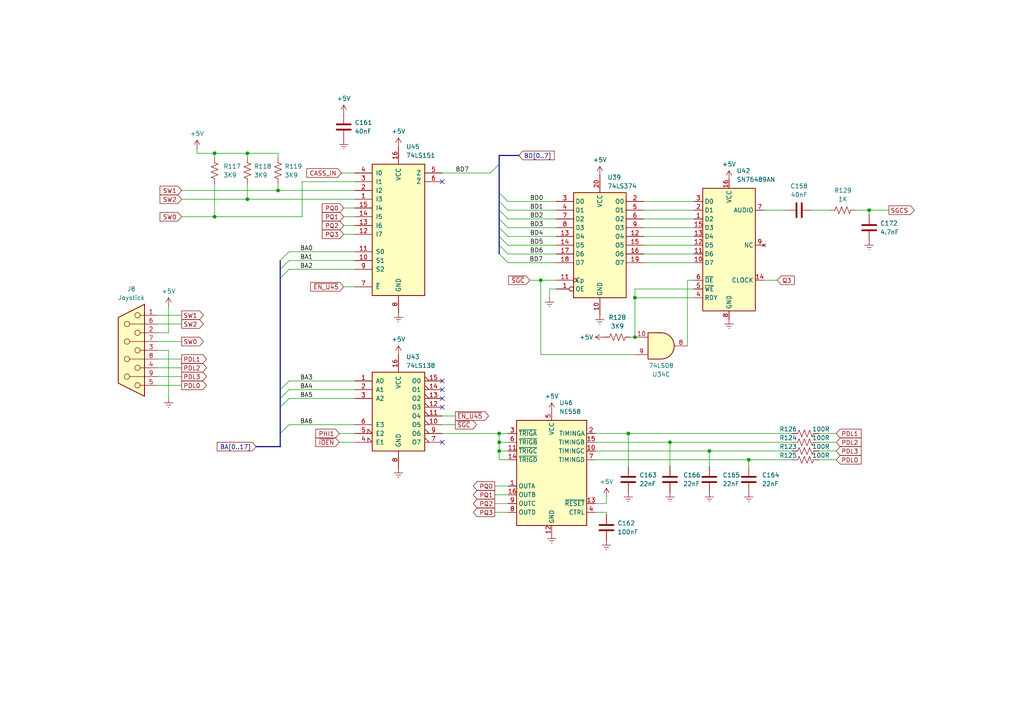
<source format=kicad_sch>
(kicad_sch (version 20230121) (generator eeschema)
  (paper "A4")
  (title_block (title "Dick Smith Cat - Motherboard") (date "1984") (company "Video Technology Ltd.") (comment 2 "Schematic Redrawn by Rhys Weatherley") (comment 3 "Sound Generator and Game Port"))
  (lib_symbols
    (symbol "74xx:74LS08" (pin_names (offset 1.016))
      (property "Reference" "U" (at 0 1.27 0))
      (property "Value" "74LS08" (at 0 -1.27 0))
      (symbol "74LS08_1_1"
        (arc (start 0 -3.81) (mid 3.7934 0) (end 0 3.81) (stroke (width 0.254)) (fill (type background)))
        (polyline (pts (xy 0 3.81) (xy -3.81 3.81) (xy -3.81 -3.81) (xy 0 -3.81)) (stroke (width 0.254)) (fill (type background)))
        (pin input line (at -7.62 2.54 0) (length 3.81) (name "~") (number "1"))
        (pin input line (at -7.62 -2.54 0) (length 3.81) (name "~") (number "2"))
        (pin output line (at 7.62 0 180) (length 3.81) (name "~") (number "3"))
      )
      (symbol "74LS08_1_2"
        (arc (start -3.81 -3.81) (mid -2.589 0) (end -3.81 3.81) (stroke (width 0.254)))
        (arc (start -0.6096 -3.81) (mid 2.1842 -2.5851) (end 3.81 0) (stroke (width 0.254)) (fill (type background)))
        (polyline (pts (xy -3.81 -3.81) (xy -0.635 -3.81)) (stroke (width 0.254)) (fill (type background)))
        (polyline (pts (xy -3.81 3.81) (xy -0.635 3.81)) (stroke (width 0.254)) (fill (type background)))
        (polyline (pts (xy -0.635 3.81) (xy -3.81 3.81) (xy -3.81 3.81) (xy -3.556 3.4036) (xy -3.0226 2.2606) (xy -2.6924 1.0414) (xy -2.6162 -0.254) (xy -2.7686 -1.4986) (xy -3.175 -2.7178) (xy -3.81 -3.81) (xy -3.81 -3.81) (xy -0.635 -3.81)) (stroke (width -25.4)) (fill (type background)))
        (arc (start 3.81 0) (mid 2.1915 2.5936) (end -0.6096 3.81) (stroke (width 0.254)) (fill (type background)))
        (pin input inverted (at -7.62 2.54 0) (length 4.318) (name "~") (number "1"))
        (pin input inverted (at -7.62 -2.54 0) (length 4.318) (name "~") (number "2"))
        (pin output inverted (at 7.62 0 180) (length 3.81) (name "~") (number "3"))
      )
      (symbol "74LS08_2_1"
        (arc (start 0 -3.81) (mid 3.7934 0) (end 0 3.81) (stroke (width 0.254)) (fill (type background)))
        (polyline (pts (xy 0 3.81) (xy -3.81 3.81) (xy -3.81 -3.81) (xy 0 -3.81)) (stroke (width 0.254)) (fill (type background)))
        (pin input line (at -7.62 2.54 0) (length 3.81) (name "~") (number "4"))
        (pin input line (at -7.62 -2.54 0) (length 3.81) (name "~") (number "5"))
        (pin output line (at 7.62 0 180) (length 3.81) (name "~") (number "6"))
      )
      (symbol "74LS08_2_2"
        (arc (start -3.81 -3.81) (mid -2.589 0) (end -3.81 3.81) (stroke (width 0.254)))
        (arc (start -0.6096 -3.81) (mid 2.1842 -2.5851) (end 3.81 0) (stroke (width 0.254)) (fill (type background)))
        (polyline (pts (xy -3.81 -3.81) (xy -0.635 -3.81)) (stroke (width 0.254)) (fill (type background)))
        (polyline (pts (xy -3.81 3.81) (xy -0.635 3.81)) (stroke (width 0.254)) (fill (type background)))
        (polyline (pts (xy -0.635 3.81) (xy -3.81 3.81) (xy -3.81 3.81) (xy -3.556 3.4036) (xy -3.0226 2.2606) (xy -2.6924 1.0414) (xy -2.6162 -0.254) (xy -2.7686 -1.4986) (xy -3.175 -2.7178) (xy -3.81 -3.81) (xy -3.81 -3.81) (xy -0.635 -3.81)) (stroke (width -25.4)) (fill (type background)))
        (arc (start 3.81 0) (mid 2.1915 2.5936) (end -0.6096 3.81) (stroke (width 0.254)) (fill (type background)))
        (pin input inverted (at -7.62 2.54 0) (length 4.318) (name "~") (number "4"))
        (pin input inverted (at -7.62 -2.54 0) (length 4.318) (name "~") (number "5"))
        (pin output inverted (at 7.62 0 180) (length 3.81) (name "~") (number "6"))
      )
      (symbol "74LS08_3_1"
        (arc (start 0 -3.81) (mid 3.7934 0) (end 0 3.81) (stroke (width 0.254)) (fill (type background)))
        (polyline (pts (xy 0 3.81) (xy -3.81 3.81) (xy -3.81 -3.81) (xy 0 -3.81)) (stroke (width 0.254)) (fill (type background)))
        (pin input line (at -7.62 -2.54 0) (length 3.81) (name "~") (number "10"))
        (pin output line (at 7.62 0 180) (length 3.81) (name "~") (number "8"))
        (pin input line (at -7.62 2.54 0) (length 3.81) (name "~") (number "9"))
      )
      (symbol "74LS08_3_2"
        (arc (start -3.81 -3.81) (mid -2.589 0) (end -3.81 3.81) (stroke (width 0.254)))
        (arc (start -0.6096 -3.81) (mid 2.1842 -2.5851) (end 3.81 0) (stroke (width 0.254)) (fill (type background)))
        (polyline (pts (xy -3.81 -3.81) (xy -0.635 -3.81)) (stroke (width 0.254)) (fill (type background)))
        (polyline (pts (xy -3.81 3.81) (xy -0.635 3.81)) (stroke (width 0.254)) (fill (type background)))
        (polyline (pts (xy -0.635 3.81) (xy -3.81 3.81) (xy -3.81 3.81) (xy -3.556 3.4036) (xy -3.0226 2.2606) (xy -2.6924 1.0414) (xy -2.6162 -0.254) (xy -2.7686 -1.4986) (xy -3.175 -2.7178) (xy -3.81 -3.81) (xy -3.81 -3.81) (xy -0.635 -3.81)) (stroke (width -25.4)) (fill (type background)))
        (arc (start 3.81 0) (mid 2.1915 2.5936) (end -0.6096 3.81) (stroke (width 0.254)) (fill (type background)))
        (pin input inverted (at -7.62 -2.54 0) (length 4.318) (name "~") (number "10"))
        (pin output inverted (at 7.62 0 180) (length 3.81) (name "~") (number "8"))
        (pin input inverted (at -7.62 2.54 0) (length 4.318) (name "~") (number "9"))
      )
      (symbol "74LS08_4_1"
        (arc (start 0 -3.81) (mid 3.7934 0) (end 0 3.81) (stroke (width 0.254)) (fill (type background)))
        (polyline (pts (xy 0 3.81) (xy -3.81 3.81) (xy -3.81 -3.81) (xy 0 -3.81)) (stroke (width 0.254)) (fill (type background)))
        (pin output line (at 7.62 0 180) (length 3.81) (name "~") (number "11"))
        (pin input line (at -7.62 2.54 0) (length 3.81) (name "~") (number "12"))
        (pin input line (at -7.62 -2.54 0) (length 3.81) (name "~") (number "13"))
      )
      (symbol "74LS08_4_2"
        (arc (start -3.81 -3.81) (mid -2.589 0) (end -3.81 3.81) (stroke (width 0.254)))
        (arc (start -0.6096 -3.81) (mid 2.1842 -2.5851) (end 3.81 0) (stroke (width 0.254)) (fill (type background)))
        (polyline (pts (xy -3.81 -3.81) (xy -0.635 -3.81)) (stroke (width 0.254)) (fill (type background)))
        (polyline (pts (xy -3.81 3.81) (xy -0.635 3.81)) (stroke (width 0.254)) (fill (type background)))
        (polyline (pts (xy -0.635 3.81) (xy -3.81 3.81) (xy -3.81 3.81) (xy -3.556 3.4036) (xy -3.0226 2.2606) (xy -2.6924 1.0414) (xy -2.6162 -0.254) (xy -2.7686 -1.4986) (xy -3.175 -2.7178) (xy -3.81 -3.81) (xy -3.81 -3.81) (xy -0.635 -3.81)) (stroke (width -25.4)) (fill (type background)))
        (arc (start 3.81 0) (mid 2.1915 2.5936) (end -0.6096 3.81) (stroke (width 0.254)) (fill (type background)))
        (pin output inverted (at 7.62 0 180) (length 3.81) (name "~") (number "11"))
        (pin input inverted (at -7.62 2.54 0) (length 4.318) (name "~") (number "12"))
        (pin input inverted (at -7.62 -2.54 0) (length 4.318) (name "~") (number "13"))
      )
      (symbol "74LS08_5_0"
        (pin power_in line (at 0 12.7 270) (length 5.08) (name "VCC") (number "14"))
        (pin power_in line (at 0 -12.7 90) (length 5.08) (name "GND") (number "7"))
      )
      (symbol "74LS08_5_1"
        (rectangle (start -5.08 7.62) (end 5.08 -7.62) (stroke (width 0.254)) (fill (type background)))
      )
    )
    (symbol "74xx:74LS138" (pin_names (offset 1.016))
      (property "Reference" "U" (at -7.62 11.43 0))
      (property "Value" "74LS138" (at -7.62 -13.97 0))
      (symbol "74LS138_1_0"
        (pin input line (at -12.7 7.62 0) (length 5.08) (name "A0") (number "1"))
        (pin output output_low (at 12.7 -5.08 180) (length 5.08) (name "O5") (number "10"))
        (pin output output_low (at 12.7 -2.54 180) (length 5.08) (name "O4") (number "11"))
        (pin output output_low (at 12.7 0 180) (length 5.08) (name "O3") (number "12"))
        (pin output output_low (at 12.7 2.54 180) (length 5.08) (name "O2") (number "13"))
        (pin output output_low (at 12.7 5.08 180) (length 5.08) (name "O1") (number "14"))
        (pin output output_low (at 12.7 7.62 180) (length 5.08) (name "O0") (number "15"))
        (pin power_in line (at 0 15.24 270) (length 5.08) (name "VCC") (number "16"))
        (pin input line (at -12.7 5.08 0) (length 5.08) (name "A1") (number "2"))
        (pin input line (at -12.7 2.54 0) (length 5.08) (name "A2") (number "3"))
        (pin input input_low (at -12.7 -10.16 0) (length 5.08) (name "E1") (number "4"))
        (pin input input_low (at -12.7 -7.62 0) (length 5.08) (name "E2") (number "5"))
        (pin input line (at -12.7 -5.08 0) (length 5.08) (name "E3") (number "6"))
        (pin output output_low (at 12.7 -10.16 180) (length 5.08) (name "O7") (number "7"))
        (pin power_in line (at 0 -17.78 90) (length 5.08) (name "GND") (number "8"))
        (pin output output_low (at 12.7 -7.62 180) (length 5.08) (name "O6") (number "9"))
      )
      (symbol "74LS138_1_1"
        (rectangle (start -7.62 10.16) (end 7.62 -12.7) (stroke (width 0.254)) (fill (type background)))
      )
    )
    (symbol "74xx:74LS151" (pin_names (offset 1.016))
      (property "Reference" "U" (at -7.62 19.05 0))
      (property "Value" "74LS151" (at -7.62 -21.59 0))
      (symbol "74LS151_1_0"
        (pin input line (at -12.7 7.62 0) (length 5.08) (name "I3") (number "1"))
        (pin input line (at -12.7 -10.16 0) (length 5.08) (name "S1") (number "10"))
        (pin input line (at -12.7 -7.62 0) (length 5.08) (name "S0") (number "11"))
        (pin input line (at -12.7 -2.54 0) (length 5.08) (name "I7") (number "12"))
        (pin input line (at -12.7 0 0) (length 5.08) (name "I6") (number "13"))
        (pin input line (at -12.7 2.54 0) (length 5.08) (name "I5") (number "14"))
        (pin input line (at -12.7 5.08 0) (length 5.08) (name "I4") (number "15"))
        (pin power_in line (at 0 22.86 270) (length 5.08) (name "VCC") (number "16"))
        (pin input line (at -12.7 10.16 0) (length 5.08) (name "I2") (number "2"))
        (pin input line (at -12.7 12.7 0) (length 5.08) (name "I1") (number "3"))
        (pin input line (at -12.7 15.24 0) (length 5.08) (name "I0") (number "4"))
        (pin output line (at 12.7 15.24 180) (length 5.08) (name "Z") (number "5"))
        (pin output line (at 12.7 12.7 180) (length 5.08) (name "~{Z}") (number "6"))
        (pin input line (at -12.7 -17.78 0) (length 5.08) (name "~{E}") (number "7"))
        (pin power_in line (at 0 -25.4 90) (length 5.08) (name "GND") (number "8"))
        (pin input line (at -12.7 -12.7 0) (length 5.08) (name "S2") (number "9"))
      )
      (symbol "74LS151_1_1"
        (rectangle (start -7.62 17.78) (end 7.62 -20.32) (stroke (width 0.254)) (fill (type background)))
      )
    )
    (symbol "74xx:74LS374"
      (property "Reference" "U" (at -7.62 16.51 0))
      (property "Value" "74LS374" (at -7.62 -16.51 0))
      (symbol "74LS374_1_0"
        (pin input inverted (at -12.7 -12.7 0) (length 5.08) (name "OE") (number "1"))
        (pin power_in line (at 0 -20.32 90) (length 5.08) (name "GND") (number "10"))
        (pin input clock (at -12.7 -10.16 0) (length 5.08) (name "Cp") (number "11"))
        (pin tri_state line (at 12.7 2.54 180) (length 5.08) (name "O4") (number "12"))
        (pin input line (at -12.7 2.54 0) (length 5.08) (name "D4") (number "13"))
        (pin input line (at -12.7 0 0) (length 5.08) (name "D5") (number "14"))
        (pin tri_state line (at 12.7 0 180) (length 5.08) (name "O5") (number "15"))
        (pin tri_state line (at 12.7 -2.54 180) (length 5.08) (name "O6") (number "16"))
        (pin input line (at -12.7 -2.54 0) (length 5.08) (name "D6") (number "17"))
        (pin input line (at -12.7 -5.08 0) (length 5.08) (name "D7") (number "18"))
        (pin tri_state line (at 12.7 -5.08 180) (length 5.08) (name "O7") (number "19"))
        (pin tri_state line (at 12.7 12.7 180) (length 5.08) (name "O0") (number "2"))
        (pin power_in line (at 0 20.32 270) (length 5.08) (name "VCC") (number "20"))
        (pin input line (at -12.7 12.7 0) (length 5.08) (name "D0") (number "3"))
        (pin input line (at -12.7 10.16 0) (length 5.08) (name "D1") (number "4"))
        (pin tri_state line (at 12.7 10.16 180) (length 5.08) (name "O1") (number "5"))
        (pin tri_state line (at 12.7 7.62 180) (length 5.08) (name "O2") (number "6"))
        (pin input line (at -12.7 7.62 0) (length 5.08) (name "D2") (number "7"))
        (pin input line (at -12.7 5.08 0) (length 5.08) (name "D3") (number "8"))
        (pin tri_state line (at 12.7 5.08 180) (length 5.08) (name "O3") (number "9"))
      )
      (symbol "74LS374_1_1"
        (rectangle (start -7.62 15.24) (end 7.62 -15.24) (stroke (width 0.254)) (fill (type background)))
      )
    )
    (symbol "Connector:DE9_Receptacle" (pin_names (offset 1.016) hide)
      (property "Reference" "J" (at 0 13.97 0))
      (property "Value" "DE9_Receptacle" (at 0 -14.605 0))
      (symbol "DE9_Receptacle_0_1"
        (circle (center -1.778 -10.16) (radius 0.762))
        (circle (center -1.778 -5.08) (radius 0.762))
        (circle (center -1.778 0) (radius 0.762))
        (circle (center -1.778 5.08) (radius 0.762))
        (circle (center -1.778 10.16) (radius 0.762))
        (polyline (pts (xy -3.81 -10.16) (xy -2.54 -10.16)))
        (polyline (pts (xy -3.81 -7.62) (xy 0.508 -7.62)))
        (polyline (pts (xy -3.81 -5.08) (xy -2.54 -5.08)))
        (polyline (pts (xy -3.81 -2.54) (xy 0.508 -2.54)))
        (polyline (pts (xy -3.81 0) (xy -2.54 0)))
        (polyline (pts (xy -3.81 2.54) (xy 0.508 2.54)))
        (polyline (pts (xy -3.81 5.08) (xy -2.54 5.08)))
        (polyline (pts (xy -3.81 7.62) (xy 0.508 7.62)))
        (polyline (pts (xy -3.81 10.16) (xy -2.54 10.16)))
        (polyline (pts (xy -3.81 13.335) (xy -3.81 -13.335) (xy 3.81 -9.525) (xy 3.81 9.525) (xy -3.81 13.335)) (stroke (width 0.254)) (fill (type background)))
        (circle (center 1.27 -7.62) (radius 0.762))
        (circle (center 1.27 -2.54) (radius 0.762))
        (circle (center 1.27 2.54) (radius 0.762))
        (circle (center 1.27 7.62) (radius 0.762))
      )
      (symbol "DE9_Receptacle_1_1"
        (pin passive line (at -7.62 10.16 0) (length 3.81) (name "1") (number "1"))
        (pin passive line (at -7.62 5.08 0) (length 3.81) (name "2") (number "2"))
        (pin passive line (at -7.62 0 0) (length 3.81) (name "3") (number "3"))
        (pin passive line (at -7.62 -5.08 0) (length 3.81) (name "4") (number "4"))
        (pin passive line (at -7.62 -10.16 0) (length 3.81) (name "5") (number "5"))
        (pin passive line (at -7.62 7.62 0) (length 3.81) (name "6") (number "6"))
        (pin passive line (at -7.62 2.54 0) (length 3.81) (name "7") (number "7"))
        (pin passive line (at -7.62 -2.54 0) (length 3.81) (name "8") (number "8"))
        (pin passive line (at -7.62 -7.62 0) (length 3.81) (name "9") (number "9"))
      )
    )
    (symbol "Device:C" (pin_numbers hide) (pin_names (offset 0.254))
      (property "Reference" "C" (at 0.635 2.54 0))
      (property "Value" "C" (at 0.635 -2.54 0))
      (symbol "C_0_1"
        (polyline (pts (xy -2.032 -0.762) (xy 2.032 -0.762)) (stroke (width 0.508)))
        (polyline (pts (xy -2.032 0.762) (xy 2.032 0.762)) (stroke (width 0.508)))
      )
      (symbol "C_1_1"
        (pin passive line (at 0 3.81 270) (length 2.794) (name "~") (number "1"))
        (pin passive line (at 0 -3.81 90) (length 2.794) (name "~") (number "2"))
      )
    )
    (symbol "Device:R_US" (pin_numbers hide) (pin_names (offset 0))
      (property "Reference" "R" (at 2.54 0 90))
      (property "Value" "R_US" (at -2.54 0 90))
      (symbol "R_US_0_1"
        (polyline (pts (xy 0 -2.286) (xy 0 -2.54)))
        (polyline (pts (xy 0 2.286) (xy 0 2.54)))
        (polyline (pts (xy 0 -0.762) (xy 1.016 -1.143) (xy 0 -1.524) (xy -1.016 -1.905) (xy 0 -2.286)))
        (polyline (pts (xy 0 0.762) (xy 1.016 0.381) (xy 0 0) (xy -1.016 -0.381) (xy 0 -0.762)))
        (polyline (pts (xy 0 2.286) (xy 1.016 1.905) (xy 0 1.524) (xy -1.016 1.143) (xy 0 0.762)))
      )
      (symbol "R_US_1_1"
        (pin passive line (at 0 3.81 270) (length 1.27) (name "~") (number "1"))
        (pin passive line (at 0 -3.81 90) (length 1.27) (name "~") (number "2"))
      )
    )
    (symbol "NE558:NE558"
      (property "Reference" "U" (at 2.54 3.81 0))
      (property "Value" "NE558" (at 5.08 1.27 0))
      (symbol "NE558_1_1"
        (rectangle (start -10.16 0) (end 10.16 -30.48) (stroke (width 0.25)) (fill (type background)))
        (pin output line (at -12.7 -19.05 0) (length 2.54) (name "OUTA") (number "1"))
        (pin input line (at 12.7 -8.89 180) (length 2.54) (name "TIMINGC") (number "10"))
        (pin input line (at -12.7 -8.89 0) (length 2.54) (name "~{TRIGC}") (number "11"))
        (pin power_in line (at 0 -33.02 90) (length 2.54) (name "GND") (number "12"))
        (pin input line (at 12.7 -24.13 180) (length 2.54) (name "~{RESET}") (number "13"))
        (pin input line (at -12.7 -11.43 0) (length 2.54) (name "~{TRIGD}") (number "14"))
        (pin input line (at 12.7 -6.35 180) (length 2.54) (name "TIMINGB") (number "15"))
        (pin output line (at -12.7 -21.59 0) (length 2.54) (name "OUTB") (number "16"))
        (pin input line (at 12.7 -3.81 180) (length 2.54) (name "TIMINGA") (number "2"))
        (pin input line (at -12.7 -3.81 0) (length 2.54) (name "~{TRIGA}") (number "3"))
        (pin input line (at 12.7 -26.67 180) (length 2.54) (name "CTRL") (number "4"))
        (pin power_in line (at 0 2.54 270) (length 2.54) (name "VCC") (number "5"))
        (pin input line (at -12.7 -6.35 0) (length 2.54) (name "~{TRIGB}") (number "6"))
        (pin input line (at 12.7 -11.43 180) (length 2.54) (name "TIMINGD") (number "7"))
        (pin output line (at -12.7 -26.67 0) (length 2.54) (name "OUTD") (number "8"))
        (pin output line (at -12.7 -24.13 0) (length 2.54) (name "OUTC") (number "9"))
      )
    )
    (symbol "VTech:SN76489AN"
      (property "Reference" "U" (at 2.54 3.81 0))
      (property "Value" "SN76489AN" (at 6.35 1.27 0))
      (symbol "SN76489AN_1_1"
        (rectangle (start -7.62 0) (end 7.62 -35.56) (stroke (width 0.25)) (fill (type background)))
        (pin input line (at -10.16 -8.89 0) (length 2.54) (name "D2") (number "1"))
        (pin input line (at -10.16 -21.59 0) (length 2.54) (name "D7") (number "10"))
        (pin input line (at -10.16 -19.05 0) (length 2.54) (name "D6") (number "11"))
        (pin input line (at -10.16 -16.51 0) (length 2.54) (name "D5") (number "12"))
        (pin input line (at -10.16 -13.97 0) (length 2.54) (name "D4") (number "13"))
        (pin input line (at 10.16 -26.67 180) (length 2.54) (name "CLOCK") (number "14"))
        (pin input line (at -10.16 -11.43 0) (length 2.54) (name "D3") (number "15"))
        (pin power_in line (at 0 2.54 270) (length 2.54) (name "VCC") (number "16"))
        (pin input line (at -10.16 -6.35 0) (length 2.54) (name "D1") (number "2"))
        (pin input line (at -10.16 -3.81 0) (length 2.54) (name "D0") (number "3"))
        (pin output line (at -10.16 -31.75 0) (length 2.54) (name "RDY") (number "4"))
        (pin input line (at -10.16 -29.21 0) (length 2.54) (name "~{WE}") (number "5"))
        (pin input line (at -10.16 -26.67 0) (length 2.54) (name "~{OE}") (number "6"))
        (pin output line (at 10.16 -6.35 180) (length 2.54) (name "AUDIO") (number "7"))
        (pin power_in line (at 0 -38.1 90) (length 2.54) (name "GND") (number "8"))
        (pin no_connect line (at 10.16 -16.51 180) (length 2.54) (name "NC") (number "9"))
      )
    )
    (symbol "power:+5V" (power) (pin_names (offset 0))
      (property "Value" "+5V" (at 0 3.556 0))
      (symbol "+5V_0_1"
        (polyline (pts (xy -0.762 1.27) (xy 0 2.54)))
        (polyline (pts (xy 0 0) (xy 0 2.54)))
        (polyline (pts (xy 0 2.54) (xy 0.762 1.27)))
      )
      (symbol "+5V_1_1"
        (pin power_in line (at 0 0 90) (length 0) hide (name "+5V") (number "1"))
      )
    )
    (symbol "power:Earth" (power) (pin_names (offset 0))
      (symbol "Earth_0_1"
        (polyline (pts (xy -0.635 -1.905) (xy 0.635 -1.905)))
        (polyline (pts (xy -0.127 -2.54) (xy 0.127 -2.54)))
        (polyline (pts (xy 0 -1.27) (xy 0 0)))
        (polyline (pts (xy 1.27 -1.27) (xy -1.27 -1.27)))
      )
      (symbol "Earth_1_1"
        (pin power_in line (at 0 0 270) (length 0) hide (name "Earth") (number "1"))
      )
    )
  )
  (junction (at 194.31 128.27))
  (junction (at 144.78 130.81))
  (junction (at 217.17 133.35))
  (junction (at 252.095 60.96))
  (junction (at 205.74 130.81))
  (junction (at 184.15 86.36))
  (junction (at 62.23 62.865))
  (junction (at 71.755 44.45))
  (junction (at 182.245 125.73))
  (junction (at 71.755 57.785))
  (junction (at 156.845 81.28))
  (junction (at 80.645 55.245))
  (junction (at 144.78 125.73))
  (junction (at 144.78 128.27))
  (junction (at 62.23 44.45))
  (junction (at 184.15 97.79))
  (no_connect (at 128.27 118.11))
  (no_connect (at 128.27 128.27))
  (no_connect (at 128.27 110.49))
  (no_connect (at 128.27 52.705))
  (no_connect (at 128.27 113.03))
  (no_connect (at 128.27 115.57))
  (bus_entry (at 81.28 125.73) (size 2.54 -2.54))
  (bus_entry (at 147.32 63.5) (size -2.54 -2.54))
  (bus_entry (at 147.32 60.96) (size -2.54 -2.54))
  (bus_entry (at 81.28 78.105) (size 2.54 -2.54))
  (bus_entry (at 81.28 80.645) (size 2.54 -2.54))
  (bus_entry (at 81.28 113.03) (size 2.54 -2.54))
  (bus_entry (at 147.32 76.2) (size -2.54 -2.54))
  (bus_entry (at 81.28 118.11) (size 2.54 -2.54))
  (bus_entry (at 147.32 71.12) (size -2.54 -2.54))
  (bus_entry (at 81.28 115.57) (size 2.54 -2.54))
  (bus_entry (at 147.32 66.04) (size -2.54 -2.54))
  (bus_entry (at 147.32 68.58) (size -2.54 -2.54))
  (bus_entry (at 81.28 75.565) (size 2.54 -2.54))
  (bus_entry (at 142.24 50.165) (size 2.54 -2.54))
  (bus_entry (at 147.32 73.66) (size -2.54 -2.54))
  (bus_entry (at 147.32 58.42) (size -2.54 -2.54))
  (wire (pts (xy 128.27 123.19) (xy 132.08 123.19)))
  (wire (pts (xy 48.895 115.57) (xy 48.895 101.6)))
  (wire (pts (xy 144.78 125.73) (xy 147.32 125.73)))
  (wire (pts (xy 217.17 133.35) (xy 217.17 135.255)))
  (wire (pts (xy 161.29 63.5) (xy 147.32 63.5)))
  (wire (pts (xy 80.645 45.72) (xy 80.645 44.45)))
  (wire (pts (xy 48.895 96.52) (xy 48.895 88.9)))
  (wire (pts (xy 128.27 125.73) (xy 144.78 125.73)))
  (bus (pts (xy 144.78 55.88) (xy 144.78 58.42)))
  (wire (pts (xy 144.78 128.27) (xy 147.32 128.27)))
  (wire (pts (xy 45.72 106.68) (xy 52.705 106.68)))
  (wire (pts (xy 217.17 133.35) (xy 229.87 133.35)))
  (wire (pts (xy 143.51 148.59) (xy 147.32 148.59)))
  (bus (pts (xy 144.78 47.625) (xy 144.78 45.085)))
  (wire (pts (xy 62.23 44.45) (xy 62.23 45.72)))
  (wire (pts (xy 45.72 104.14) (xy 52.705 104.14)))
  (wire (pts (xy 45.72 111.76) (xy 52.705 111.76)))
  (wire (pts (xy 99.06 50.165) (xy 102.87 50.165)))
  (wire (pts (xy 237.49 133.35) (xy 242.57 133.35)))
  (wire (pts (xy 172.72 133.35) (xy 217.17 133.35)))
  (wire (pts (xy 71.755 53.34) (xy 71.755 57.785)))
  (wire (pts (xy 182.245 125.73) (xy 182.245 135.255)))
  (wire (pts (xy 237.49 125.73) (xy 242.57 125.73)))
  (wire (pts (xy 182.88 97.79) (xy 184.15 97.79)))
  (wire (pts (xy 184.15 102.87) (xy 156.845 102.87)))
  (wire (pts (xy 71.755 57.785) (xy 102.87 57.785)))
  (wire (pts (xy 80.645 55.245) (xy 102.87 55.245)))
  (wire (pts (xy 45.72 99.06) (xy 52.705 99.06)))
  (wire (pts (xy 62.23 62.865) (xy 52.705 62.865)))
  (wire (pts (xy 172.72 130.81) (xy 205.74 130.81)))
  (wire (pts (xy 57.15 43.18) (xy 57.15 44.45)))
  (wire (pts (xy 45.72 93.98) (xy 52.705 93.98)))
  (bus (pts (xy 144.78 63.5) (xy 144.78 66.04)))
  (wire (pts (xy 156.845 102.87) (xy 156.845 81.28)))
  (wire (pts (xy 80.645 53.34) (xy 80.645 55.245)))
  (wire (pts (xy 186.69 73.66) (xy 201.295 73.66)))
  (wire (pts (xy 235.585 60.96) (xy 240.665 60.96)))
  (wire (pts (xy 144.78 128.27) (xy 144.78 125.73)))
  (wire (pts (xy 83.82 123.19) (xy 102.87 123.19)))
  (bus (pts (xy 81.28 80.645) (xy 81.28 113.03)))
  (wire (pts (xy 83.82 78.105) (xy 102.87 78.105)))
  (wire (pts (xy 161.29 60.96) (xy 147.32 60.96)))
  (wire (pts (xy 172.72 125.73) (xy 182.245 125.73)))
  (bus (pts (xy 144.78 60.96) (xy 144.78 63.5)))
  (wire (pts (xy 186.69 58.42) (xy 201.295 58.42)))
  (wire (pts (xy 161.29 66.04) (xy 147.32 66.04)))
  (wire (pts (xy 172.72 146.05) (xy 175.895 146.05)))
  (wire (pts (xy 161.29 58.42) (xy 147.32 58.42)))
  (wire (pts (xy 184.15 86.36) (xy 184.15 97.79)))
  (wire (pts (xy 252.095 62.23) (xy 252.095 60.96)))
  (wire (pts (xy 45.72 96.52) (xy 48.895 96.52)))
  (bus (pts (xy 144.78 47.625) (xy 144.78 55.88)))
  (wire (pts (xy 98.425 125.73) (xy 102.87 125.73)))
  (wire (pts (xy 221.615 60.96) (xy 227.965 60.96)))
  (wire (pts (xy 221.615 81.28) (xy 225.425 81.28)))
  (wire (pts (xy 161.29 68.58) (xy 147.32 68.58)))
  (wire (pts (xy 83.82 75.565) (xy 102.87 75.565)))
  (wire (pts (xy 48.895 101.6) (xy 45.72 101.6)))
  (wire (pts (xy 87.63 62.865) (xy 62.23 62.865)))
  (wire (pts (xy 144.78 130.81) (xy 147.32 130.81)))
  (wire (pts (xy 83.82 73.025) (xy 102.87 73.025)))
  (wire (pts (xy 237.49 128.27) (xy 242.57 128.27)))
  (wire (pts (xy 71.755 44.45) (xy 71.755 45.72)))
  (wire (pts (xy 71.755 44.45) (xy 62.23 44.45)))
  (wire (pts (xy 161.29 76.2) (xy 147.32 76.2)))
  (wire (pts (xy 102.87 52.705) (xy 87.63 52.705)))
  (wire (pts (xy 172.72 128.27) (xy 194.31 128.27)))
  (bus (pts (xy 144.78 71.12) (xy 144.78 73.66)))
  (wire (pts (xy 194.31 128.27) (xy 229.87 128.27)))
  (wire (pts (xy 80.645 44.45) (xy 71.755 44.45)))
  (wire (pts (xy 184.15 83.82) (xy 184.15 86.36)))
  (bus (pts (xy 144.78 45.085) (xy 150.495 45.085)))
  (wire (pts (xy 186.69 68.58) (xy 201.295 68.58)))
  (wire (pts (xy 45.72 109.22) (xy 52.705 109.22)))
  (wire (pts (xy 186.69 66.04) (xy 201.295 66.04)))
  (bus (pts (xy 81.28 125.73) (xy 81.28 129.54)))
  (wire (pts (xy 252.095 60.96) (xy 248.285 60.96)))
  (wire (pts (xy 156.845 81.28) (xy 161.29 81.28)))
  (wire (pts (xy 99.695 67.945) (xy 102.87 67.945)))
  (wire (pts (xy 144.78 133.35) (xy 144.78 130.81)))
  (wire (pts (xy 175.895 148.59) (xy 175.895 149.225)))
  (bus (pts (xy 144.78 68.58) (xy 144.78 71.12)))
  (wire (pts (xy 83.82 110.49) (xy 102.87 110.49)))
  (wire (pts (xy 99.695 65.405) (xy 102.87 65.405)))
  (wire (pts (xy 147.32 133.35) (xy 144.78 133.35)))
  (wire (pts (xy 128.27 120.65) (xy 132.08 120.65)))
  (wire (pts (xy 159.385 83.82) (xy 159.385 86.36)))
  (bus (pts (xy 144.78 58.42) (xy 144.78 60.96)))
  (wire (pts (xy 83.82 113.03) (xy 102.87 113.03)))
  (wire (pts (xy 161.29 83.82) (xy 159.385 83.82)))
  (bus (pts (xy 144.78 66.04) (xy 144.78 68.58)))
  (wire (pts (xy 161.29 71.12) (xy 147.32 71.12)))
  (wire (pts (xy 52.705 55.245) (xy 80.645 55.245)))
  (wire (pts (xy 205.74 130.81) (xy 229.87 130.81)))
  (wire (pts (xy 186.69 63.5) (xy 201.295 63.5)))
  (wire (pts (xy 153.67 81.28) (xy 156.845 81.28)))
  (wire (pts (xy 98.425 128.27) (xy 102.87 128.27)))
  (wire (pts (xy 143.51 146.05) (xy 147.32 146.05)))
  (wire (pts (xy 144.78 130.81) (xy 144.78 128.27)))
  (bus (pts (xy 81.28 129.54) (xy 74.295 129.54)))
  (wire (pts (xy 205.74 130.81) (xy 205.74 135.255)))
  (wire (pts (xy 143.51 143.51) (xy 147.32 143.51)))
  (wire (pts (xy 252.095 60.96) (xy 257.81 60.96)))
  (wire (pts (xy 199.39 100.33) (xy 199.39 81.28)))
  (wire (pts (xy 143.51 140.97) (xy 147.32 140.97)))
  (wire (pts (xy 62.23 53.34) (xy 62.23 62.865)))
  (wire (pts (xy 186.69 71.12) (xy 201.295 71.12)))
  (bus (pts (xy 81.28 118.11) (xy 81.28 125.73)))
  (wire (pts (xy 99.695 83.185) (xy 102.87 83.185)))
  (wire (pts (xy 87.63 52.705) (xy 87.63 62.865)))
  (wire (pts (xy 99.695 62.865) (xy 102.87 62.865)))
  (wire (pts (xy 194.31 128.27) (xy 194.31 135.255)))
  (wire (pts (xy 128.27 50.165) (xy 142.24 50.165)))
  (wire (pts (xy 237.49 130.81) (xy 242.57 130.81)))
  (wire (pts (xy 161.29 73.66) (xy 147.32 73.66)))
  (wire (pts (xy 83.82 115.57) (xy 102.87 115.57)))
  (wire (pts (xy 52.705 57.785) (xy 71.755 57.785)))
  (bus (pts (xy 81.28 75.565) (xy 81.28 78.105)))
  (wire (pts (xy 172.72 148.59) (xy 175.895 148.59)))
  (wire (pts (xy 186.69 60.96) (xy 201.295 60.96)))
  (wire (pts (xy 62.23 44.45) (xy 57.15 44.45)))
  (wire (pts (xy 199.39 81.28) (xy 201.295 81.28)))
  (wire (pts (xy 186.69 76.2) (xy 201.295 76.2)))
  (wire (pts (xy 175.895 146.05) (xy 175.895 144.145)))
  (wire (pts (xy 45.72 91.44) (xy 52.705 91.44)))
  (wire (pts (xy 201.295 83.82) (xy 184.15 83.82)))
  (wire (pts (xy 184.15 86.36) (xy 201.295 86.36)))
  (bus (pts (xy 81.28 113.03) (xy 81.28 115.57)))
  (bus (pts (xy 81.28 78.105) (xy 81.28 80.645)))
  (wire (pts (xy 182.245 125.73) (xy 229.87 125.73)))
  (wire (pts (xy 99.695 60.325) (xy 102.87 60.325)))
  (bus (pts (xy 81.28 115.57) (xy 81.28 118.11)))
  (label "BD2" (at 153.67 63.5 0))
  (label "BA3" (at 86.995 110.49 0))
  (label "BA1" (at 86.995 75.565 0))
  (label "BD7" (at 157.48 76.2 180))
  (label "BA6" (at 86.995 123.19 0))
  (label "BA5" (at 86.995 115.57 0))
  (label "BA2" (at 86.995 78.105 0))
  (label "BD4" (at 153.67 68.58 0))
  (label "BD6" (at 153.67 73.66 0))
  (label "BD3" (at 153.67 66.04 0))
  (label "BD1" (at 153.67 60.96 0))
  (label "BA4" (at 86.995 113.03 0))
  (label "BD7" (at 132.08 50.165 0))
  (label "BA0" (at 86.995 73.025 0))
  (label "BD0" (at 153.67 58.42 0))
  (label "BD5" (at 153.67 71.12 0))
  (global_label "PQ1" (shape output) (at 143.51 143.51 180) (property "Intersheetrefs" "${INTERSHEET_REFS}" (effects hide)))
  (global_label "PDL3" (shape output) (at 52.705 109.22 0) (property "Intersheetrefs" "${INTERSHEET_REFS}" (effects hide)))
  (global_label "PDL2" (shape output) (at 52.705 106.68 0) (property "Intersheetrefs" "${INTERSHEET_REFS}" (effects hide)))
  (global_label "~{EN_U45}" (shape input) (at 99.695 83.185 180) (property "Intersheetrefs" "${INTERSHEET_REFS}" (effects hide)))
  (global_label "SW1" (shape input) (at 52.705 55.245 180) (property "Intersheetrefs" "${INTERSHEET_REFS}" (effects hide)))
  (global_label "BD[0..7]" (shape input) (at 150.495 45.085 0) (property "Intersheetrefs" "${INTERSHEET_REFS}" (effects hide)))
  (global_label "~{EN_U45}" (shape output) (at 132.08 120.65 0) (property "Intersheetrefs" "${INTERSHEET_REFS}" (effects hide)))
  (global_label "PQ3" (shape output) (at 143.51 148.59 180) (property "Intersheetrefs" "${INTERSHEET_REFS}" (effects hide)))
  (global_label "PQ0" (shape input) (at 99.695 60.325 180) (property "Intersheetrefs" "${INTERSHEET_REFS}" (effects hide)))
  (global_label "PDL1" (shape input) (at 242.57 125.73 0) (property "Intersheetrefs" "${INTERSHEET_REFS}" (effects hide)))
  (global_label "PQ0" (shape output) (at 143.51 140.97 180) (property "Intersheetrefs" "${INTERSHEET_REFS}" (effects hide)))
  (global_label "~{SGC}" (shape input) (at 153.67 81.28 180) (property "Intersheetrefs" "${INTERSHEET_REFS}" (effects hide)))
  (global_label "CASS_IN" (shape input) (at 99.06 50.165 180) (property "Intersheetrefs" "${INTERSHEET_REFS}" (effects hide)))
  (global_label "PHI1" (shape input) (at 98.425 125.73 180) (property "Intersheetrefs" "${INTERSHEET_REFS}" (effects hide)))
  (global_label "PDL0" (shape output) (at 52.705 111.76 0) (property "Intersheetrefs" "${INTERSHEET_REFS}" (effects hide)))
  (global_label "PQ3" (shape input) (at 99.695 67.945 180) (property "Intersheetrefs" "${INTERSHEET_REFS}" (effects hide)))
  (global_label "PDL3" (shape input) (at 242.57 130.81 0) (property "Intersheetrefs" "${INTERSHEET_REFS}" (effects hide)))
  (global_label "Q3" (shape input) (at 225.425 81.28 0) (property "Intersheetrefs" "${INTERSHEET_REFS}" (effects hide)))
  (global_label "BA[0..17]" (shape input) (at 74.295 129.54 180) (property "Intersheetrefs" "${INTERSHEET_REFS}" (effects hide)))
  (global_label "SW0" (shape input) (at 52.705 62.865 180) (property "Intersheetrefs" "${INTERSHEET_REFS}" (effects hide)))
  (global_label "PQ2" (shape output) (at 143.51 146.05 180) (property "Intersheetrefs" "${INTERSHEET_REFS}" (effects hide)))
  (global_label "SW0" (shape output) (at 52.705 99.06 0) (property "Intersheetrefs" "${INTERSHEET_REFS}" (effects hide)))
  (global_label "PQ2" (shape input) (at 99.695 65.405 180) (property "Intersheetrefs" "${INTERSHEET_REFS}" (effects hide)))
  (global_label "PDL1" (shape output) (at 52.705 104.14 0) (property "Intersheetrefs" "${INTERSHEET_REFS}" (effects hide)))
  (global_label "SW1" (shape output) (at 52.705 91.44 0) (property "Intersheetrefs" "${INTERSHEET_REFS}" (effects hide)))
  (global_label "~{IOEN}" (shape input) (at 98.425 128.27 180) (property "Intersheetrefs" "${INTERSHEET_REFS}" (effects hide)))
  (global_label "PQ1" (shape input) (at 99.695 62.865 180) (property "Intersheetrefs" "${INTERSHEET_REFS}" (effects hide)))
  (global_label "PDL2" (shape input) (at 242.57 128.27 0) (property "Intersheetrefs" "${INTERSHEET_REFS}" (effects hide)))
  (global_label "~{SGC}" (shape output) (at 132.08 123.19 0) (property "Intersheetrefs" "${INTERSHEET_REFS}" (effects hide)))
  (global_label "SW2" (shape output) (at 52.705 93.98 0) (property "Intersheetrefs" "${INTERSHEET_REFS}" (effects hide)))
  (global_label "SW2" (shape input) (at 52.705 57.785 180) (property "Intersheetrefs" "${INTERSHEET_REFS}" (effects hide)))
  (global_label "SGCS" (shape output) (at 257.81 60.96 0) (property "Intersheetrefs" "${INTERSHEET_REFS}" (effects hide)))
  (global_label "PDL0" (shape input) (at 242.57 133.35 0) (property "Intersheetrefs" "${INTERSHEET_REFS}" (effects hide)))
  (symbol (lib_id "power:Earth") (at 252.095 69.85 0) (unit 1)
    (property "Reference" "#PWR0190" (effects hide))
    (property "Value" "Earth" (effects hide))
  )
  (symbol (lib_id "power:Earth") (at 173.99 91.44 0) (unit 1)
    (property "Reference" "#PWR0185" (effects hide))
    (property "Value" "Earth" (effects hide))
  )
  (symbol (lib_id "Device:R_US") (at 233.68 130.81 90) (unit 1)
    (property "Reference" "R123" (at 228.6 129.54 90))
    (property "Value" "100R" (at 238.125 129.54 90))
    (property "Footprint" "Resistor_THT:R_Axial_DIN0207_L6.3mm_D2.5mm_P7.62mm_Horizontal" (effects hide))
  )
  (symbol (lib_id "Device:C") (at 175.895 153.035 0) (unit 1)
    (property "Reference" "C162" (at 179.07 151.765 0) (effects (justify left)))
    (property "Value" "100nF" (at 179.07 154.305 0) (effects (justify left)))
    (property "Footprint" "Capacitor_THT:C_Disc_D5.0mm_W2.5mm_P5.00mm" (effects hide))
  )
  (symbol (lib_id "74xx:74LS374") (at 173.99 71.12 0) (unit 1)
    (property "Reference" "U39" (at 176.1841 51.435 0) (effects (justify left)))
    (property "Value" "74LS374" (at 176.1841 53.975 0) (effects (justify left)))
    (property "Footprint" "Package_DIP:DIP-20_W7.62mm" (effects hide))
    (property "Datasheet" "http://www.ti.com/lit/gpn/sn74LS374" (effects hide))
  )
  (symbol (lib_id "VTech:SN76489AN") (at 211.455 54.61 0) (unit 1)
    (property "Reference" "U42" (at 213.6491 49.53 0) (effects (justify left)))
    (property "Value" "SN76489AN" (at 213.6491 52.07 0) (effects (justify left)))
    (property "Footprint" "Package_DIP:DIP-16_W7.62mm" (effects hide))
  )
  (symbol (lib_id "Device:R_US") (at 62.23 49.53 0) (unit 1)
    (property "Reference" "R117" (at 64.77 48.26 0) (effects (justify left)))
    (property "Value" "3K9" (at 64.77 50.8 0) (effects (justify left)))
    (property "Footprint" "Resistor_THT:R_Axial_DIN0207_L6.3mm_D2.5mm_P7.62mm_Horizontal" (effects hide))
  )
  (symbol (lib_id "Device:C") (at 194.31 139.065 0) (unit 1)
    (property "Reference" "C166" (at 198.12 137.795 0) (effects (justify left)))
    (property "Value" "22nF" (at 198.12 140.335 0) (effects (justify left)))
    (property "Footprint" "Capacitor_THT:C_Disc_D5.0mm_W2.5mm_P5.00mm" (effects hide))
  )
  (symbol (lib_id "power:Earth") (at 48.895 115.57 0) (unit 1)
    (property "Reference" "#PWR0196" (effects hide))
    (property "Value" "Earth" (effects hide))
  )
  (symbol (lib_id "Device:R_US") (at 80.645 49.53 0) (unit 1)
    (property "Reference" "R119" (at 82.55 48.26 0) (effects (justify left)))
    (property "Value" "3K9" (at 82.55 50.8 0) (effects (justify left)))
    (property "Footprint" "Resistor_THT:R_Axial_DIN0207_L6.3mm_D2.5mm_P7.62mm_Horizontal" (effects hide))
  )
  (symbol (lib_id "Device:C") (at 231.775 60.96 90) (unit 1)
    (property "Reference" "C158" (at 231.775 53.975 90))
    (property "Value" "40nF" (at 231.775 56.515 90))
    (property "Footprint" "Capacitor_THT:C_Disc_D5.0mm_W2.5mm_P5.00mm" (effects hide))
  )
  (symbol (lib_id "NE558:NE558") (at 160.02 121.92 0) (unit 1)
    (property "Reference" "U46" (at 162.2141 116.84 0) (effects (justify left)))
    (property "Value" "NE558" (at 162.2141 119.38 0) (effects (justify left)))
    (property "Footprint" "Package_DIP:DIP-16_W7.62mm" (effects hide))
  )
  (symbol (lib_id "Device:C") (at 99.695 36.83 0) (unit 1)
    (property "Reference" "C161" (at 102.87 35.56 0) (effects (justify left)))
    (property "Value" "40nF" (at 102.87 38.1 0) (effects (justify left)))
    (property "Footprint" "Capacitor_THT:C_Disc_D5.0mm_W2.5mm_P5.00mm" (effects hide))
  )
  (symbol (lib_id "power:Earth") (at 175.895 156.845 0) (unit 1)
    (property "Reference" "#PWR0199" (effects hide))
    (property "Value" "Earth" (effects hide))
  )
  (symbol (lib_id "Device:R_US") (at 233.68 125.73 90) (unit 1)
    (property "Reference" "R126" (at 228.6 124.46 90))
    (property "Value" "100R" (at 238.125 124.46 90))
    (property "Footprint" "Resistor_THT:R_Axial_DIN0207_L6.3mm_D2.5mm_P7.62mm_Horizontal" (effects hide))
  )
  (symbol (lib_id "power:Earth") (at 211.455 92.71 0) (unit 1)
    (property "Reference" "#PWR0188" (effects hide))
    (property "Value" "Earth" (effects hide))
  )
  (symbol (lib_id "Device:R_US") (at 179.07 97.79 90) (unit 1)
    (property "Reference" "R128" (at 179.07 92.075 90))
    (property "Value" "3K9" (at 179.07 94.615 90))
    (property "Footprint" "Resistor_THT:R_Axial_DIN0207_L6.3mm_D2.5mm_P7.62mm_Horizontal" (effects hide))
  )
  (symbol (lib_id "power:Earth") (at 159.385 86.36 0) (unit 1)
    (property "Reference" "#PWR0187" (effects hide))
    (property "Value" "Earth" (effects hide))
  )
  (symbol (lib_id "74xx:74LS08") (at 191.77 100.33 0) (mirror x) (unit 3)
    (property "Reference" "U34" (at 191.7617 108.585 0))
    (property "Value" "74LS08" (at 191.7617 106.045 0))
    (property "Footprint" "Package_DIP:DIP-14_W7.62mm" (effects hide))
    (property "Datasheet" "http://www.ti.com/lit/gpn/sn74LS08" (effects hide))
  )
  (symbol (lib_id "Connector:DE9_Receptacle") (at 38.1 101.6 0) (mirror y) (unit 1)
    (property "Reference" "J8" (at 38.1 83.82 0))
    (property "Value" "Joystick" (at 38.1 86.36 0))
    (property "Footprint" "Connector_Dsub:DSUB-9_Female_EdgeMount_P2.77mm" (effects hide))
    (property "Datasheet" " ~" (effects hide))
  )
  (symbol (lib_id "Device:C") (at 217.17 139.065 0) (unit 1)
    (property "Reference" "C164" (at 220.98 137.795 0) (effects (justify left)))
    (property "Value" "22nF" (at 220.98 140.335 0) (effects (justify left)))
    (property "Footprint" "Capacitor_THT:C_Disc_D5.0mm_W2.5mm_P5.00mm" (effects hide))
  )
  (symbol (lib_id "Device:C") (at 182.245 139.065 0) (unit 1)
    (property "Reference" "C163" (at 185.42 137.795 0) (effects (justify left)))
    (property "Value" "22nF" (at 185.42 140.335 0) (effects (justify left)))
    (property "Footprint" "Capacitor_THT:C_Disc_D5.0mm_W2.5mm_P5.00mm" (effects hide))
  )
  (symbol (lib_id "Device:C") (at 205.74 139.065 0) (unit 1)
    (property "Reference" "C165" (at 209.55 137.795 0) (effects (justify left)))
    (property "Value" "22nF" (at 209.55 140.335 0) (effects (justify left)))
    (property "Footprint" "Capacitor_THT:C_Disc_D5.0mm_W2.5mm_P5.00mm" (effects hide))
  )
  (symbol (lib_id "power:Earth") (at 205.74 142.875 0) (unit 1)
    (property "Reference" "#PWR0203" (effects hide))
    (property "Value" "Earth" (effects hide))
  )
  (symbol (lib_id "Device:R_US") (at 233.68 133.35 90) (unit 1)
    (property "Reference" "R125" (at 228.6 132.08 90))
    (property "Value" "100R" (at 238.125 132.08 90))
    (property "Footprint" "Resistor_THT:R_Axial_DIN0207_L6.3mm_D2.5mm_P7.62mm_Horizontal" (effects hide))
  )
  (symbol (lib_id "power:+5V") (at 175.895 144.145 0) (unit 1)
    (property "Reference" "#PWR0200" (effects hide))
    (property "Value" "+5V" (at 175.895 139.7 0))
  )
  (symbol (lib_id "power:Earth") (at 182.245 142.875 0) (unit 1)
    (property "Reference" "#PWR0201" (effects hide))
    (property "Value" "Earth" (effects hide))
  )
  (symbol (lib_id "power:+5V") (at 99.695 33.02 0) (unit 1)
    (property "Reference" "#PWR0192" (effects hide))
    (property "Value" "+5V" (at 99.695 28.575 0))
  )
  (symbol (lib_id "power:Earth") (at 115.57 90.805 0) (unit 1)
    (property "Reference" "#PWR0181" (effects hide))
    (property "Value" "Earth" (effects hide))
  )
  (symbol (lib_id "power:+5V") (at 115.57 42.545 0) (unit 1)
    (property "Reference" "#PWR0184" (effects hide))
    (property "Value" "+5V" (at 115.57 38.1 0))
  )
  (symbol (lib_id "Device:R_US") (at 244.475 60.96 90) (unit 1)
    (property "Reference" "R129" (at 244.475 55.245 90))
    (property "Value" "1K" (at 244.475 57.785 90))
    (property "Footprint" "Resistor_THT:R_Axial_DIN0207_L6.3mm_D2.5mm_P7.62mm_Horizontal" (effects hide))
  )
  (symbol (lib_id "power:+5V") (at 48.895 88.9 0) (unit 1)
    (property "Reference" "#PWR0195" (effects hide))
    (property "Value" "+5V" (at 48.895 84.455 0))
  )
  (symbol (lib_id "power:+5V") (at 211.455 52.07 0) (unit 1)
    (property "Reference" "#PWR0189" (effects hide))
    (property "Value" "+5V" (at 211.455 47.625 0))
  )
  (symbol (lib_id "power:Earth") (at 160.02 154.94 0) (unit 1)
    (property "Reference" "#PWR0198" (effects hide))
    (property "Value" "Earth" (effects hide))
  )
  (symbol (lib_id "power:Earth") (at 217.17 142.875 0) (unit 1)
    (property "Reference" "#PWR0204" (effects hide))
    (property "Value" "Earth" (effects hide))
  )
  (symbol (lib_id "Device:R_US") (at 233.68 128.27 90) (unit 1)
    (property "Reference" "R124" (at 228.6 127 90))
    (property "Value" "100R" (at 238.125 127 90))
    (property "Footprint" "Resistor_THT:R_Axial_DIN0207_L6.3mm_D2.5mm_P7.62mm_Horizontal" (effects hide))
  )
  (symbol (lib_id "Device:R_US") (at 71.755 49.53 0) (unit 1)
    (property "Reference" "R118" (at 73.66 48.26 0) (effects (justify left)))
    (property "Value" "3K9" (at 73.66 50.8 0) (effects (justify left)))
    (property "Footprint" "Resistor_THT:R_Axial_DIN0207_L6.3mm_D2.5mm_P7.62mm_Horizontal" (effects hide))
  )
  (symbol (lib_id "74xx:74LS151") (at 115.57 65.405 0) (unit 1)
    (property "Reference" "U45" (at 117.7641 42.545 0) (effects (justify left)))
    (property "Value" "74LS151" (at 117.7641 45.085 0) (effects (justify left)))
    (property "Footprint" "Package_DIP:DIP-16_W7.62mm" (effects hide))
    (property "Datasheet" "http://www.ti.com/lit/gpn/sn74LS151" (effects hide))
  )
  (symbol (lib_id "power:+5V") (at 115.57 102.87 0) (unit 1)
    (property "Reference" "#PWR0183" (effects hide))
    (property "Value" "+5V" (at 115.57 98.425 0))
  )
  (symbol (lib_id "power:Earth") (at 115.57 135.89 0) (unit 1)
    (property "Reference" "#PWR0182" (effects hide))
    (property "Value" "Earth" (effects hide))
  )
  (symbol (lib_id "power:+5V") (at 57.15 43.18 0) (unit 1)
    (property "Reference" "#PWR0194" (effects hide))
    (property "Value" "+5V" (at 57.15 38.735 0))
  )
  (symbol (lib_id "power:Earth") (at 99.695 40.64 0) (unit 1)
    (property "Reference" "#PWR0193" (effects hide))
    (property "Value" "Earth" (effects hide))
  )
  (symbol (lib_id "74xx:74LS138") (at 115.57 118.11 0) (unit 1)
    (property "Reference" "U43" (at 117.7641 103.505 0) (effects (justify left)))
    (property "Value" "74LS138" (at 117.7641 106.045 0) (effects (justify left)))
    (property "Footprint" "Package_DIP:DIP-16_W7.62mm" (effects hide))
    (property "Datasheet" "http://www.ti.com/lit/gpn/sn74LS138" (effects hide))
  )
  (symbol (lib_id "power:Earth") (at 194.31 142.875 0) (unit 1)
    (property "Reference" "#PWR0202" (effects hide))
    (property "Value" "Earth" (effects hide))
  )
  (symbol (lib_id "power:+5V") (at 173.99 50.8 0) (unit 1)
    (property "Reference" "#PWR0186" (effects hide))
    (property "Value" "+5V" (at 173.99 46.355 0))
  )
  (symbol (lib_id "Device:C") (at 252.095 66.04 0) (unit 1)
    (property "Reference" "C172" (at 255.27 64.77 0) (effects (justify left)))
    (property "Value" "4.7nF" (at 255.27 67.31 0) (effects (justify left)))
    (property "Footprint" "Capacitor_THT:C_Disc_D5.0mm_W2.5mm_P5.00mm" (effects hide))
  )
  (symbol (lib_id "power:+5V") (at 175.26 97.79 90) (unit 1)
    (property "Reference" "#PWR0191" (effects hide))
    (property "Value" "+5V" (at 172.085 97.79 90) (effects (justify left)))
  )
  (symbol (lib_id "power:+5V") (at 160.02 119.38 0) (unit 1)
    (property "Reference" "#PWR0197" (effects hide))
    (property "Value" "+5V" (at 160.02 114.935 0))
  )
)
</source>
